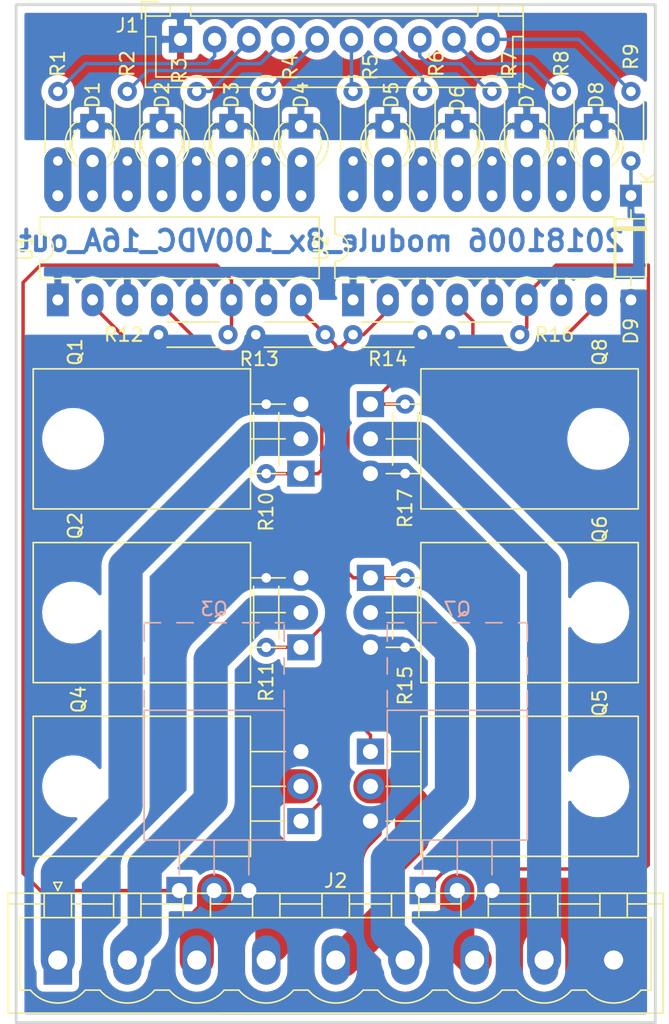
<source format=kicad_pcb>
(kicad_pcb (version 20171130) (host pcbnew 5.0.0)
  (title_block (title module_8x_100VDC_16A_out) (date 2018-10-18))
  (layers (0 F.Cu signal) (31 B.Cu signal) (34 B.Paste user) (35 F.Paste user) (36 B.SilkS user) (37 F.SilkS user) (38 B.Mask user) (39 F.Mask user) (44 Edge.Cuts user))
  (net 0 "")
  (net 1 /GNDD)
  (net 2 "Net-(D1-Pad2)")
  (net 3 "Net-(D2-Pad2)")
  (net 4 "Net-(D3-Pad2)")
  (net 5 "Net-(D4-Pad2)")
  (net 6 "Net-(D5-Pad2)")
  (net 7 "Net-(D6-Pad2)")
  (net 8 "Net-(D7-Pad2)")
  (net 9 "Net-(D8-Pad2)")
  (net 10 /+9V)
  (net 11 /PWR_GND)
  (net 12 /GPB0)
  (net 13 /GPB1)
  (net 14 /GPB2)
  (net 15 /GPB3)
  (net 16 /GPB4)
  (net 17 /GPB5)
  (net 18 /GPB6)
  (net 19 /GPB7)
  (net 20 /+24V)
  (net 21 /out0)
  (net 22 /out1)
  (net 23 /out2)
  (net 24 /out3)
  (net 25 /out4)
  (net 26 /out5)
  (net 27 /out6)
  (net 28 /out7)
  (net 29 "Net-(Q1-Pad1)")
  (net 30 "Net-(Q2-Pad1)")
  (net 31 "Net-(Q3-Pad1)")
  (net 32 "Net-(Q4-Pad1)")
  (net 33 "Net-(Q5-Pad1)")
  (net 34 "Net-(Q6-Pad1)")
  (net 35 "Net-(Q7-Pad1)")
  (net 36 "Net-(Q8-Pad1)")
  (net 37 "Net-(R1-Pad2)")
  (net 38 "Net-(R2-Pad2)")
  (net 39 "Net-(R3-Pad2)")
  (net 40 "Net-(R4-Pad2)")
  (net 41 "Net-(R5-Pad2)")
  (net 42 "Net-(R6-Pad2)")
  (net 43 "Net-(R7-Pad2)")
  (net 44 "Net-(R8-Pad2)")
  (module LED_THT:LED_D3.0mm_Clear (layer F.Cu) (at 68.58 120.65 270)
    (fp_text reference D1 (at -2.286 0 270) (layer F.SilkS))
    (fp_text value LED)
    (pad 1 thru_hole rect (at 0 0 270) (size 1.8 1.8) (drill 0.9) (layers *.Cu *.Mask) (net 1 /GNDD))
    (pad 2 thru_hole circle (at 2.54 0 270) (size 1.8 1.8) (drill 0.9) (layers *.Cu *.Mask) (net 2 "Net-(D1-Pad2)"))
  )
  (module LED_THT:LED_D3.0mm_Clear (layer F.Cu) (at 73.66 120.65 270)
    (fp_text reference D2 (at -2.286 0 270) (layer F.SilkS))
    (fp_text value LED)
    (pad 1 thru_hole rect (at 0 0 270) (size 1.8 1.8) (drill 0.9) (layers *.Cu *.Mask) (net 1 /GNDD))
    (pad 2 thru_hole circle (at 2.54 0 270) (size 1.8 1.8) (drill 0.9) (layers *.Cu *.Mask) (net 3 "Net-(D2-Pad2)"))
  )
  (module LED_THT:LED_D3.0mm_Clear (layer F.Cu) (at 78.74 120.65 270)
    (fp_text reference D3 (at -2.286 0 270) (layer F.SilkS))
    (fp_text value LED)
    (pad 2 thru_hole circle (at 2.54 0 270) (size 1.8 1.8) (drill 0.9) (layers *.Cu *.Mask) (net 4 "Net-(D3-Pad2)"))
    (pad 1 thru_hole rect (at 0 0 270) (size 1.8 1.8) (drill 0.9) (layers *.Cu *.Mask) (net 1 /GNDD))
  )
  (module LED_THT:LED_D3.0mm_Clear (layer F.Cu) (at 83.82 120.65 270)
    (fp_text reference D4 (at -2.286 0 270) (layer F.SilkS))
    (fp_text value LED)
    (pad 1 thru_hole rect (at 0 0 270) (size 1.8 1.8) (drill 0.9) (layers *.Cu *.Mask) (net 1 /GNDD))
    (pad 2 thru_hole circle (at 2.54 0 270) (size 1.8 1.8) (drill 0.9) (layers *.Cu *.Mask) (net 5 "Net-(D4-Pad2)"))
  )
  (module LED_THT:LED_D3.0mm_Clear (layer F.Cu) (at 90.17 120.65 270)
    (fp_text reference D5 (at -2.286 -0.254 270) (layer F.SilkS))
    (fp_text value LED)
    (pad 2 thru_hole circle (at 2.54 0 270) (size 1.8 1.8) (drill 0.9) (layers *.Cu *.Mask) (net 6 "Net-(D5-Pad2)"))
    (pad 1 thru_hole rect (at 0 0 270) (size 1.8 1.8) (drill 0.9) (layers *.Cu *.Mask) (net 1 /GNDD))
  )
  (module LED_THT:LED_D3.0mm_Clear (layer F.Cu) (at 95.25 120.65 270)
    (fp_text reference D6 (at -2.032 0 270) (layer F.SilkS))
    (fp_text value LED)
    (pad 1 thru_hole rect (at 0 0 270) (size 1.8 1.8) (drill 0.9) (layers *.Cu *.Mask) (net 1 /GNDD))
    (pad 2 thru_hole circle (at 2.54 0 270) (size 1.8 1.8) (drill 0.9) (layers *.Cu *.Mask) (net 7 "Net-(D6-Pad2)"))
  )
  (module LED_THT:LED_D3.0mm_Clear (layer F.Cu) (at 100.33 120.65 270)
    (fp_text reference D7 (at -2.286 0 270) (layer F.SilkS))
    (fp_text value LED)
    (pad 2 thru_hole circle (at 2.54 0 270) (size 1.8 1.8) (drill 0.9) (layers *.Cu *.Mask) (net 8 "Net-(D7-Pad2)"))
    (pad 1 thru_hole rect (at 0 0 270) (size 1.8 1.8) (drill 0.9) (layers *.Cu *.Mask) (net 1 /GNDD))
  )
  (module LED_THT:LED_D3.0mm_Clear (layer F.Cu) (at 105.41 120.65 270)
    (fp_text reference D8 (at -2.286 0 270) (layer F.SilkS))
    (fp_text value LED)
    (pad 2 thru_hole circle (at 2.54 0 270) (size 1.8 1.8) (drill 0.9) (layers *.Cu *.Mask) (net 9 "Net-(D8-Pad2)"))
    (pad 1 thru_hole rect (at 0 0 270) (size 1.8 1.8) (drill 0.9) (layers *.Cu *.Mask) (net 1 /GNDD))
  )
  (module Diode_THT:D_DO-35_SOD27_P7.62mm_Horizontal (layer F.Cu) (at 107.95 125.73 270)
    (fp_text reference D9 (at 9.906 0 270) (layer F.SilkS))
    (fp_text value 9V1)
    (fp_text user K (at -1.27 -1.27 270) (layer F.SilkS))
    (pad 1 thru_hole rect (at 0 0 270) (size 1.6 1.6) (drill 0.8) (layers *.Cu *.Mask) (net 10 /+9V))
    (pad 2 thru_hole oval (at 7.62 0 270) (size 1.6 1.6) (drill 0.8) (layers *.Cu *.Mask) (net 11 /PWR_GND))
  )
  (module Connector_JST:JST_XH_B10B-XH-A_1x10_P2.50mm_Vertical (layer F.Cu) (at 75.01 114.3)
    (fp_text reference J1 (at -3.89 -1.016) (layer F.SilkS))
    (fp_text value Conn_01x10_Male)
    (pad 1 thru_hole rect (at 0 0) (size 1.7 1.95) (drill 0.95) (layers *.Cu *.Mask) (net 1 /GNDD))
    (pad 2 thru_hole oval (at 2.5 0) (size 1.7 1.95) (drill 0.95) (layers *.Cu *.Mask) (net 12 /GPB0))
    (pad 3 thru_hole oval (at 5 0) (size 1.7 1.95) (drill 0.95) (layers *.Cu *.Mask) (net 13 /GPB1))
    (pad 4 thru_hole oval (at 7.5 0) (size 1.7 1.95) (drill 0.95) (layers *.Cu *.Mask) (net 14 /GPB2))
    (pad 5 thru_hole oval (at 10 0) (size 1.7 1.95) (drill 0.95) (layers *.Cu *.Mask) (net 15 /GPB3))
    (pad 6 thru_hole oval (at 12.5 0) (size 1.7 1.95) (drill 0.95) (layers *.Cu *.Mask) (net 16 /GPB4))
    (pad 7 thru_hole oval (at 15 0) (size 1.7 1.95) (drill 0.95) (layers *.Cu *.Mask) (net 17 /GPB5))
    (pad 8 thru_hole oval (at 17.5 0) (size 1.7 1.95) (drill 0.95) (layers *.Cu *.Mask) (net 18 /GPB6))
    (pad 9 thru_hole oval (at 20 0) (size 1.7 1.95) (drill 0.95) (layers *.Cu *.Mask) (net 19 /GPB7))
    (pad 10 thru_hole oval (at 22.5 0) (size 1.7 1.95) (drill 0.95) (layers *.Cu *.Mask) (net 20 /+24V))
  )
  (module Connector_Phoenix_MSTB:PhoenixContact_MSTBVA_2,5_9-G-5,08_1x09_P5.08mm_Vertical (layer F.Cu) (at 66.04 181.61)
    (fp_text reference J2 (at 20.32 -5.8) (layer F.SilkS))
    (fp_text value Conn_01x09_Male)
    (pad 1 thru_hole rect (at 0 0) (size 2.08 3.6) (drill 1.4) (layers *.Cu *.Mask) (net 21 /out0))
    (pad 2 thru_hole oval (at 5.08 0) (size 2.08 3.6) (drill 1.4) (layers *.Cu *.Mask) (net 22 /out1))
    (pad 3 thru_hole oval (at 10.16 0) (size 2.08 3.6) (drill 1.4) (layers *.Cu *.Mask) (net 23 /out2))
    (pad 4 thru_hole oval (at 15.24 0) (size 2.08 3.6) (drill 1.4) (layers *.Cu *.Mask) (net 24 /out3))
    (pad 5 thru_hole oval (at 20.32 0) (size 2.08 3.6) (drill 1.4) (layers *.Cu *.Mask) (net 25 /out4))
    (pad 6 thru_hole oval (at 25.4 0) (size 2.08 3.6) (drill 1.4) (layers *.Cu *.Mask) (net 26 /out5))
    (pad 7 thru_hole oval (at 30.48 0) (size 2.08 3.6) (drill 1.4) (layers *.Cu *.Mask) (net 27 /out6))
    (pad 8 thru_hole oval (at 35.56 0) (size 2.08 3.6) (drill 1.4) (layers *.Cu *.Mask) (net 28 /out7))
    (pad 9 thru_hole oval (at 40.64 0) (size 2.08 3.6) (drill 1.4) (layers *.Cu *.Mask) (net 11 /PWR_GND))
  )
  (module Resistor_THT:R_Axial_DIN0204_L3.6mm_D1.6mm_P5.08mm_Horizontal (layer F.Cu) (at 66.04 118.11 270)
    (fp_text reference R1 (at -2.032 0 270) (layer F.SilkS))
    (fp_text value 330R)
    (pad 1 thru_hole circle (at 0 0 270) (size 1.4 1.4) (drill 0.7) (layers *.Cu *.Mask) (net 12 /GPB0))
    (pad 2 thru_hole oval (at 5.08 0 270) (size 1.4 1.4) (drill 0.7) (layers *.Cu *.Mask) (net 37 "Net-(R1-Pad2)"))
  )
  (module Resistor_THT:R_Axial_DIN0204_L3.6mm_D1.6mm_P5.08mm_Horizontal (layer F.Cu) (at 71.12 118.11 270)
    (fp_text reference R2 (at -2.032 0 270) (layer F.SilkS))
    (fp_text value 330R)
    (pad 2 thru_hole oval (at 5.08 0 270) (size 1.4 1.4) (drill 0.7) (layers *.Cu *.Mask) (net 38 "Net-(R2-Pad2)"))
    (pad 1 thru_hole circle (at 0 0 270) (size 1.4 1.4) (drill 0.7) (layers *.Cu *.Mask) (net 13 /GPB1))
  )
  (module Resistor_THT:R_Axial_DIN0204_L3.6mm_D1.6mm_P5.08mm_Horizontal (layer F.Cu) (at 76.2 118.11 270)
    (fp_text reference R3 (at -1.524 1.27 270) (layer F.SilkS))
    (fp_text value 330R)
    (pad 2 thru_hole oval (at 5.08 0 270) (size 1.4 1.4) (drill 0.7) (layers *.Cu *.Mask) (net 39 "Net-(R3-Pad2)"))
    (pad 1 thru_hole circle (at 0 0 270) (size 1.4 1.4) (drill 0.7) (layers *.Cu *.Mask) (net 14 /GPB2))
  )
  (module Resistor_THT:R_Axial_DIN0204_L3.6mm_D1.6mm_P5.08mm_Horizontal (layer F.Cu) (at 81.28 118.11 270)
    (fp_text reference R4 (at -1.778 -1.778 270) (layer F.SilkS))
    (fp_text value 330R)
    (pad 2 thru_hole oval (at 5.08 0 270) (size 1.4 1.4) (drill 0.7) (layers *.Cu *.Mask) (net 40 "Net-(R4-Pad2)"))
    (pad 1 thru_hole circle (at 0 0 270) (size 1.4 1.4) (drill 0.7) (layers *.Cu *.Mask) (net 15 /GPB3))
  )
  (module Resistor_THT:R_Axial_DIN0204_L3.6mm_D1.6mm_P5.08mm_Horizontal (layer F.Cu) (at 87.63 118.11 270)
    (fp_text reference R5 (at -1.778 -1.27 270) (layer F.SilkS))
    (fp_text value 330R)
    (pad 1 thru_hole circle (at 0 0 270) (size 1.4 1.4) (drill 0.7) (layers *.Cu *.Mask) (net 16 /GPB4))
    (pad 2 thru_hole oval (at 5.08 0 270) (size 1.4 1.4) (drill 0.7) (layers *.Cu *.Mask) (net 41 "Net-(R5-Pad2)"))
  )
  (module Resistor_THT:R_Axial_DIN0204_L3.6mm_D1.6mm_P5.08mm_Horizontal (layer F.Cu) (at 92.71 118.11 270)
    (fp_text reference R6 (at -2.032 -1.016 270) (layer F.SilkS))
    (fp_text value 330R)
    (pad 1 thru_hole circle (at 0 0 270) (size 1.4 1.4) (drill 0.7) (layers *.Cu *.Mask) (net 17 /GPB5))
    (pad 2 thru_hole oval (at 5.08 0 270) (size 1.4 1.4) (drill 0.7) (layers *.Cu *.Mask) (net 42 "Net-(R6-Pad2)"))
  )
  (module Resistor_THT:R_Axial_DIN0204_L3.6mm_D1.6mm_P5.08mm_Horizontal (layer F.Cu) (at 97.79 118.11 270)
    (fp_text reference R7 (at -2.032 -1.27 270) (layer F.SilkS))
    (fp_text value 330R)
    (pad 2 thru_hole oval (at 5.08 0 270) (size 1.4 1.4) (drill 0.7) (layers *.Cu *.Mask) (net 43 "Net-(R7-Pad2)"))
    (pad 1 thru_hole circle (at 0 0 270) (size 1.4 1.4) (drill 0.7) (layers *.Cu *.Mask) (net 18 /GPB6))
  )
  (module Resistor_THT:R_Axial_DIN0204_L3.6mm_D1.6mm_P5.08mm_Horizontal (layer F.Cu) (at 102.87 118.11 270)
    (fp_text reference R8 (at -2.032 0 270) (layer F.SilkS))
    (fp_text value 330R)
    (pad 2 thru_hole oval (at 5.08 0 270) (size 1.4 1.4) (drill 0.7) (layers *.Cu *.Mask) (net 44 "Net-(R8-Pad2)"))
    (pad 1 thru_hole circle (at 0 0 270) (size 1.4 1.4) (drill 0.7) (layers *.Cu *.Mask) (net 19 /GPB7))
  )
  (module Resistor_THT:R_Axial_DIN0204_L3.6mm_D1.6mm_P5.08mm_Horizontal (layer F.Cu) (at 107.95 118.11 270)
    (fp_text reference R9 (at -2.54 0 270) (layer F.SilkS))
    (fp_text value R)
    (pad 2 thru_hole oval (at 5.08 0 270) (size 1.4 1.4) (drill 0.7) (layers *.Cu *.Mask) (net 10 /+9V))
    (pad 1 thru_hole circle (at 0 0 270) (size 1.4 1.4) (drill 0.7) (layers *.Cu *.Mask) (net 20 /+24V))
  )
  (module Resistor_THT:R_Axial_DIN0204_L3.6mm_D1.6mm_P5.08mm_Horizontal (layer F.Cu) (at 81.28 146.05 90)
    (fp_text reference R10 (at -2.794 0 90) (layer F.SilkS))
    (fp_text value R)
    (pad 1 thru_hole circle (at 0 0 90) (size 1.4 1.4) (drill 0.7) (layers *.Cu *.Mask) (net 29 "Net-(Q1-Pad1)"))
    (pad 2 thru_hole oval (at 5.08 0 90) (size 1.4 1.4) (drill 0.7) (layers *.Cu *.Mask) (net 11 /PWR_GND))
  )
  (module Resistor_THT:R_Axial_DIN0204_L3.6mm_D1.6mm_P5.08mm_Horizontal (layer F.Cu) (at 81.28 158.75 90)
    (fp_text reference R11 (at -2.54 0 90) (layer F.SilkS))
    (fp_text value R)
    (pad 1 thru_hole circle (at 0 0 90) (size 1.4 1.4) (drill 0.7) (layers *.Cu *.Mask) (net 30 "Net-(Q2-Pad1)"))
    (pad 2 thru_hole oval (at 5.08 0 90) (size 1.4 1.4) (drill 0.7) (layers *.Cu *.Mask) (net 11 /PWR_GND))
  )
  (module Resistor_THT:R_Axial_DIN0204_L3.6mm_D1.6mm_P5.08mm_Horizontal (layer F.Cu) (at 78.486 135.89 180)
    (fp_text reference R12 (at 7.62 0 180) (layer F.SilkS))
    (fp_text value R)
    (pad 1 thru_hole circle (at 0 0 180) (size 1.4 1.4) (drill 0.7) (layers *.Cu *.Mask) (net 31 "Net-(Q3-Pad1)"))
    (pad 2 thru_hole oval (at 5.08 0 180) (size 1.4 1.4) (drill 0.7) (layers *.Cu *.Mask) (net 11 /PWR_GND))
  )
  (module Resistor_THT:R_Axial_DIN0204_L3.6mm_D1.6mm_P5.08mm_Horizontal (layer F.Cu) (at 85.598 135.89 180)
    (fp_text reference R13 (at 4.826 -1.778 180) (layer F.SilkS))
    (fp_text value R)
    (pad 1 thru_hole circle (at 0 0 180) (size 1.4 1.4) (drill 0.7) (layers *.Cu *.Mask) (net 32 "Net-(Q4-Pad1)"))
    (pad 2 thru_hole oval (at 5.08 0 180) (size 1.4 1.4) (drill 0.7) (layers *.Cu *.Mask) (net 11 /PWR_GND))
  )
  (module Resistor_THT:R_Axial_DIN0204_L3.6mm_D1.6mm_P5.08mm_Horizontal (layer F.Cu) (at 87.63 135.89)
    (fp_text reference R14 (at 2.54 1.778) (layer F.SilkS))
    (fp_text value R)
    (pad 2 thru_hole oval (at 5.08 0) (size 1.4 1.4) (drill 0.7) (layers *.Cu *.Mask) (net 11 /PWR_GND))
    (pad 1 thru_hole circle (at 0 0) (size 1.4 1.4) (drill 0.7) (layers *.Cu *.Mask) (net 33 "Net-(Q5-Pad1)"))
  )
  (module Resistor_THT:R_Axial_DIN0204_L3.6mm_D1.6mm_P5.08mm_Horizontal (layer F.Cu) (at 91.44 153.67 270)
    (fp_text reference R15 (at 7.874 0 270) (layer F.SilkS))
    (fp_text value R)
    (pad 2 thru_hole oval (at 5.08 0 270) (size 1.4 1.4) (drill 0.7) (layers *.Cu *.Mask) (net 11 /PWR_GND))
    (pad 1 thru_hole circle (at 0 0 270) (size 1.4 1.4) (drill 0.7) (layers *.Cu *.Mask) (net 34 "Net-(Q6-Pad1)"))
  )
  (module Resistor_THT:R_Axial_DIN0204_L3.6mm_D1.6mm_P5.08mm_Horizontal (layer F.Cu) (at 99.822 135.89 180)
    (fp_text reference R16 (at -2.54 0 180) (layer F.SilkS))
    (fp_text value R)
    (pad 1 thru_hole circle (at 0 0 180) (size 1.4 1.4) (drill 0.7) (layers *.Cu *.Mask) (net 35 "Net-(Q7-Pad1)"))
    (pad 2 thru_hole oval (at 5.08 0 180) (size 1.4 1.4) (drill 0.7) (layers *.Cu *.Mask) (net 11 /PWR_GND))
  )
  (module Resistor_THT:R_Axial_DIN0204_L3.6mm_D1.6mm_P5.08mm_Horizontal (layer F.Cu) (at 91.44 140.97 270)
    (fp_text reference R17 (at 7.62 0 270) (layer F.SilkS))
    (fp_text value R)
    (pad 1 thru_hole circle (at 0 0 270) (size 1.4 1.4) (drill 0.7) (layers *.Cu *.Mask) (net 36 "Net-(Q8-Pad1)"))
    (pad 2 thru_hole oval (at 5.08 0 270) (size 1.4 1.4) (drill 0.7) (layers *.Cu *.Mask) (net 11 /PWR_GND))
  )
  (module Package_DIP:DIP-16_W7.62mm_LongPads (layer F.Cu) (at 66.04 133.35 90)
    (fp_text reference U1 (at 3.81 -2.33 90) (layer F.SilkS))
    (fp_text value PC847)
    (pad 1 thru_hole rect (at 0 0 90) (size 2.4 1.6) (drill 0.8) (layers *.Cu *.Mask) (net 10 /+9V))
    (pad 9 thru_hole oval (at 7.62 17.78 90) (size 2.4 1.6) (drill 0.8) (layers *.Cu *.Mask) (net 5 "Net-(D4-Pad2)"))
    (pad 2 thru_hole oval (at 0 2.54 90) (size 2.4 1.6) (drill 0.8) (layers *.Cu *.Mask) (net 29 "Net-(Q1-Pad1)"))
    (pad 10 thru_hole oval (at 7.62 15.24 90) (size 2.4 1.6) (drill 0.8) (layers *.Cu *.Mask) (net 40 "Net-(R4-Pad2)"))
    (pad 3 thru_hole oval (at 0 5.08 90) (size 2.4 1.6) (drill 0.8) (layers *.Cu *.Mask) (net 10 /+9V))
    (pad 11 thru_hole oval (at 7.62 12.7 90) (size 2.4 1.6) (drill 0.8) (layers *.Cu *.Mask) (net 4 "Net-(D3-Pad2)"))
    (pad 4 thru_hole oval (at 0 7.62 90) (size 2.4 1.6) (drill 0.8) (layers *.Cu *.Mask) (net 30 "Net-(Q2-Pad1)"))
    (pad 12 thru_hole oval (at 7.62 10.16 90) (size 2.4 1.6) (drill 0.8) (layers *.Cu *.Mask) (net 39 "Net-(R3-Pad2)"))
    (pad 5 thru_hole oval (at 0 10.16 90) (size 2.4 1.6) (drill 0.8) (layers *.Cu *.Mask) (net 10 /+9V))
    (pad 13 thru_hole oval (at 7.62 7.62 90) (size 2.4 1.6) (drill 0.8) (layers *.Cu *.Mask) (net 3 "Net-(D2-Pad2)"))
    (pad 6 thru_hole oval (at 0 12.7 90) (size 2.4 1.6) (drill 0.8) (layers *.Cu *.Mask) (net 31 "Net-(Q3-Pad1)"))
    (pad 14 thru_hole oval (at 7.62 5.08 90) (size 2.4 1.6) (drill 0.8) (layers *.Cu *.Mask) (net 38 "Net-(R2-Pad2)"))
    (pad 7 thru_hole oval (at 0 15.24 90) (size 2.4 1.6) (drill 0.8) (layers *.Cu *.Mask) (net 10 /+9V))
    (pad 15 thru_hole oval (at 7.62 2.54 90) (size 2.4 1.6) (drill 0.8) (layers *.Cu *.Mask) (net 2 "Net-(D1-Pad2)"))
    (pad 8 thru_hole oval (at 0 17.78 90) (size 2.4 1.6) (drill 0.8) (layers *.Cu *.Mask) (net 32 "Net-(Q4-Pad1)"))
    (pad 16 thru_hole oval (at 7.62 0 90) (size 2.4 1.6) (drill 0.8) (layers *.Cu *.Mask) (net 37 "Net-(R1-Pad2)"))
  )
  (module Package_DIP:DIP-16_W7.62mm_LongPads (layer F.Cu) (at 87.63 133.35 90)
    (fp_text reference U2 (at 3.81 -2.33 90) (layer F.SilkS))
    (fp_text value PC847)
    (pad 16 thru_hole oval (at 7.62 0 90) (size 2.4 1.6) (drill 0.8) (layers *.Cu *.Mask) (net 41 "Net-(R5-Pad2)"))
    (pad 8 thru_hole oval (at 0 17.78 90) (size 2.4 1.6) (drill 0.8) (layers *.Cu *.Mask) (net 36 "Net-(Q8-Pad1)"))
    (pad 15 thru_hole oval (at 7.62 2.54 90) (size 2.4 1.6) (drill 0.8) (layers *.Cu *.Mask) (net 6 "Net-(D5-Pad2)"))
    (pad 7 thru_hole oval (at 0 15.24 90) (size 2.4 1.6) (drill 0.8) (layers *.Cu *.Mask) (net 10 /+9V))
    (pad 14 thru_hole oval (at 7.62 5.08 90) (size 2.4 1.6) (drill 0.8) (layers *.Cu *.Mask) (net 42 "Net-(R6-Pad2)"))
    (pad 6 thru_hole oval (at 0 12.7 90) (size 2.4 1.6) (drill 0.8) (layers *.Cu *.Mask) (net 35 "Net-(Q7-Pad1)"))
    (pad 13 thru_hole oval (at 7.62 7.62 90) (size 2.4 1.6) (drill 0.8) (layers *.Cu *.Mask) (net 7 "Net-(D6-Pad2)"))
    (pad 5 thru_hole oval (at 0 10.16 90) (size 2.4 1.6) (drill 0.8) (layers *.Cu *.Mask) (net 10 /+9V))
    (pad 12 thru_hole oval (at 7.62 10.16 90) (size 2.4 1.6) (drill 0.8) (layers *.Cu *.Mask) (net 43 "Net-(R7-Pad2)"))
    (pad 4 thru_hole oval (at 0 7.62 90) (size 2.4 1.6) (drill 0.8) (layers *.Cu *.Mask) (net 34 "Net-(Q6-Pad1)"))
    (pad 11 thru_hole oval (at 7.62 12.7 90) (size 2.4 1.6) (drill 0.8) (layers *.Cu *.Mask) (net 8 "Net-(D7-Pad2)"))
    (pad 3 thru_hole oval (at 0 5.08 90) (size 2.4 1.6) (drill 0.8) (layers *.Cu *.Mask) (net 10 /+9V))
    (pad 10 thru_hole oval (at 7.62 15.24 90) (size 2.4 1.6) (drill 0.8) (layers *.Cu *.Mask) (net 44 "Net-(R8-Pad2)"))
    (pad 2 thru_hole oval (at 0 2.54 90) (size 2.4 1.6) (drill 0.8) (layers *.Cu *.Mask) (net 33 "Net-(Q5-Pad1)"))
    (pad 9 thru_hole oval (at 7.62 17.78 90) (size 2.4 1.6) (drill 0.8) (layers *.Cu *.Mask) (net 9 "Net-(D8-Pad2)"))
    (pad 1 thru_hole rect (at 0 0 90) (size 2.4 1.6) (drill 0.8) (layers *.Cu *.Mask) (net 10 /+9V))
  )
  (module LIB:TO-220-3_Horizontal_TabUp_no_hole (layer B.Cu) (at 74.93 176.53)
    (fp_text reference Q3 (at 2.54 -20.58) (layer B.SilkS) (effects (justify mirror)))
    (fp_text value IRF540N)
    (pad 1 thru_hole rect (at 0 0) (size 1.905 2) (drill 1.1) (layers *.Cu *.Mask) (net 31 "Net-(Q3-Pad1)"))
    (pad 2 thru_hole oval (at 2.54 0) (size 1.905 2) (drill 1.1) (layers *.Cu *.Mask) (net 23 /out2))
    (pad 3 thru_hole oval (at 5.08 0) (size 1.905 2) (drill 1.1) (layers *.Cu *.Mask) (net 11 /PWR_GND))
  )
  (module Package_TO_SOT_THT:TO-220-3_Horizontal_TabDown (layer F.Cu) (at 83.82 171.45 90)
    (fp_text reference Q4 (at 8.89 -16.256 90) (layer F.SilkS))
    (fp_text value IRF540N)
    (pad "" np_thru_hole oval (at 2.54 -16.66 90) (size 3.5 3.5) (drill 3.5) (layers *.Cu *.Mask))
    (pad 1 thru_hole rect (at 0 0 90) (size 1.905 2) (drill 1.1) (layers *.Cu *.Mask) (net 32 "Net-(Q4-Pad1)"))
    (pad 2 thru_hole oval (at 2.54 0 90) (size 1.905 2) (drill 1.1) (layers *.Cu *.Mask) (net 24 /out3))
    (pad 3 thru_hole oval (at 5.08 0 90) (size 1.905 2) (drill 1.1) (layers *.Cu *.Mask) (net 11 /PWR_GND))
  )
  (module Package_TO_SOT_THT:TO-220-3_Horizontal_TabDown (layer F.Cu) (at 83.82 158.75 90)
    (fp_text reference Q2 (at 8.89 -16.51 90) (layer F.SilkS))
    (fp_text value IRF540N)
    (pad 3 thru_hole oval (at 5.08 0 90) (size 1.905 2) (drill 1.1) (layers *.Cu *.Mask) (net 11 /PWR_GND))
    (pad 2 thru_hole oval (at 2.54 0 90) (size 1.905 2) (drill 1.1) (layers *.Cu *.Mask) (net 22 /out1))
    (pad 1 thru_hole rect (at 0 0 90) (size 1.905 2) (drill 1.1) (layers *.Cu *.Mask) (net 30 "Net-(Q2-Pad1)"))
    (pad "" np_thru_hole oval (at 2.54 -16.66 90) (size 3.5 3.5) (drill 3.5) (layers *.Cu *.Mask))
  )
  (module Package_TO_SOT_THT:TO-220-3_Horizontal_TabDown (layer F.Cu) (at 88.9 166.37 270)
    (fp_text reference Q5 (at -3.556 -16.764 270) (layer F.SilkS))
    (fp_text value IRF540N)
    (pad "" np_thru_hole oval (at 2.54 -16.66 270) (size 3.5 3.5) (drill 3.5) (layers *.Cu *.Mask))
    (pad 1 thru_hole rect (at 0 0 270) (size 1.905 2) (drill 1.1) (layers *.Cu *.Mask) (net 33 "Net-(Q5-Pad1)"))
    (pad 2 thru_hole oval (at 2.54 0 270) (size 1.905 2) (drill 1.1) (layers *.Cu *.Mask) (net 25 /out4))
    (pad 3 thru_hole oval (at 5.08 0 270) (size 1.905 2) (drill 1.1) (layers *.Cu *.Mask) (net 11 /PWR_GND))
  )
  (module Package_TO_SOT_THT:TO-220-3_Horizontal_TabDown (layer F.Cu) (at 83.82 146.05 90)
    (fp_text reference Q1 (at 8.89 -16.51 90) (layer F.SilkS))
    (fp_text value IRF540N)
    (pad 3 thru_hole oval (at 5.08 0 90) (size 1.905 2) (drill 1.1) (layers *.Cu *.Mask) (net 11 /PWR_GND))
    (pad 2 thru_hole oval (at 2.54 0 90) (size 1.905 2) (drill 1.1) (layers *.Cu *.Mask) (net 21 /out0))
    (pad 1 thru_hole rect (at 0 0 90) (size 1.905 2) (drill 1.1) (layers *.Cu *.Mask) (net 29 "Net-(Q1-Pad1)"))
    (pad "" np_thru_hole oval (at 2.54 -16.66 90) (size 3.5 3.5) (drill 3.5) (layers *.Cu *.Mask))
  )
  (module Package_TO_SOT_THT:TO-220-3_Horizontal_TabDown (layer F.Cu) (at 88.9 153.67 270)
    (fp_text reference Q6 (at -3.556 -16.764 270) (layer F.SilkS))
    (fp_text value IRF540N)
    (pad "" np_thru_hole oval (at 2.54 -16.66 270) (size 3.5 3.5) (drill 3.5) (layers *.Cu *.Mask))
    (pad 1 thru_hole rect (at 0 0 270) (size 1.905 2) (drill 1.1) (layers *.Cu *.Mask) (net 34 "Net-(Q6-Pad1)"))
    (pad 2 thru_hole oval (at 2.54 0 270) (size 1.905 2) (drill 1.1) (layers *.Cu *.Mask) (net 26 /out5))
    (pad 3 thru_hole oval (at 5.08 0 270) (size 1.905 2) (drill 1.1) (layers *.Cu *.Mask) (net 11 /PWR_GND))
  )
  (module LIB:TO-220-3_Horizontal_TabUp_no_hole (layer B.Cu) (at 92.71 176.53)
    (fp_text reference Q7 (at 2.54 -20.58) (layer B.SilkS) (effects (justify mirror)))
    (fp_text value IRF540N)
    (pad 1 thru_hole rect (at 0 0) (size 1.905 2) (drill 1.1) (layers *.Cu *.Mask) (net 35 "Net-(Q7-Pad1)"))
    (pad 2 thru_hole oval (at 2.54 0) (size 1.905 2) (drill 1.1) (layers *.Cu *.Mask) (net 27 /out6))
    (pad 3 thru_hole oval (at 5.08 0) (size 1.905 2) (drill 1.1) (layers *.Cu *.Mask) (net 11 /PWR_GND))
  )
  (module Package_TO_SOT_THT:TO-220-3_Horizontal_TabDown (layer F.Cu) (at 88.9 140.97 270)
    (fp_text reference Q8 (at -3.81 -16.764 270) (layer F.SilkS))
    (fp_text value IRF540N)
    (pad "" np_thru_hole oval (at 2.54 -16.66 270) (size 3.5 3.5) (drill 3.5) (layers *.Cu *.Mask))
    (pad 1 thru_hole rect (at 0 0 270) (size 1.905 2) (drill 1.1) (layers *.Cu *.Mask) (net 36 "Net-(Q8-Pad1)"))
    (pad 2 thru_hole oval (at 2.54 0 270) (size 1.905 2) (drill 1.1) (layers *.Cu *.Mask) (net 28 /out7))
    (pad 3 thru_hole oval (at 5.08 0 270) (size 1.905 2) (drill 1.1) (layers *.Cu *.Mask) (net 11 /PWR_GND))
  )
  (gr_line (start 62.992 111.76) (end 62.992 186.182) (layer Edge.Cuts) (width 0.2))
  (gr_line (start 109.728 111.76) (end 62.992 111.76) (layer Edge.Cuts) (width 0.2))
  (gr_line (start 109.728 186.182) (end 109.728 111.76) (layer Edge.Cuts) (width 0.2))
  (gr_line (start 62.992 186.182) (end 109.728 186.182) (layer Edge.Cuts) (width 0.2))
  (gr_text "20181006 module_8x_100VDC_16A_out" (at 85.344 129.032) (layer B.Cu) (effects (font (size 1.5 1.5) (thickness 0.3)) (justify mirror)))
  (segment (start 68.58 123.19) (end 68.58 125.73) (width 2) (layer B.Cu) (net 2))
  (segment (start 73.66 123.19) (end 73.66 125.73) (width 2) (layer B.Cu) (net 3))
  (segment (start 78.74 123.19) (end 78.74 125.73) (width 2) (layer B.Cu) (net 4))
  (segment (start 83.82 123.19) (end 83.82 125.73) (width 2) (layer B.Cu) (net 5))
  (segment (start 90.17 123.19) (end 90.17 125.73) (width 2) (layer B.Cu) (net 6))
  (segment (start 95.25 123.19) (end 95.25 125.73) (width 2) (layer B.Cu) (net 7))
  (segment (start 100.33 123.19) (end 100.33 125.73) (width 2) (layer B.Cu) (net 8))
  (segment (start 105.41 123.19) (end 105.41 125.73) (width 2) (layer B.Cu) (net 9))
  (segment (start 107.95 124.179949) (end 107.95 125.73) (width 0.25) (layer B.Cu) (net 10))
  (segment (start 107.95 123.19) (end 107.95 124.179949) (width 0.25) (layer B.Cu) (net 10))
  (segment (start 76.957 116.078) (end 68.072 116.078) (width 0.25) (layer B.Cu) (net 12))
  (segment (start 68.072 116.078) (end 66.04 118.11) (width 0.25) (layer B.Cu) (net 12))
  (segment (start 77.51 114.3) (end 77.51 115.525) (width 0.25) (layer B.Cu) (net 12))
  (segment (start 77.51 115.525) (end 76.957 116.078) (width 0.25) (layer B.Cu) (net 12))
  (segment (start 72.644 116.586) (end 71.12 118.11) (width 0.25) (layer B.Cu) (net 13))
  (segment (start 77.849 116.586) (end 72.644 116.586) (width 0.25) (layer B.Cu) (net 13))
  (segment (start 80.01 114.3) (end 80.01 114.425) (width 0.25) (layer B.Cu) (net 13))
  (segment (start 80.01 114.425) (end 77.849 116.586) (width 0.25) (layer B.Cu) (net 13))
  (segment (start 80.857 116.078) (end 79.221949 116.078) (width 0.25) (layer B.Cu) (net 14))
  (segment (start 77.189949 118.11) (end 76.2 118.11) (width 0.25) (layer B.Cu) (net 14))
  (segment (start 79.221949 116.078) (end 77.189949 118.11) (width 0.25) (layer B.Cu) (net 14))
  (segment (start 82.51 114.3) (end 82.51 114.425) (width 0.25) (layer B.Cu) (net 14))
  (segment (start 82.51 114.425) (end 80.857 116.078) (width 0.25) (layer B.Cu) (net 14))
  (segment (start 81.325 118.11) (end 81.28 118.11) (width 0.25) (layer B.Cu) (net 15))
  (segment (start 85.01 114.425) (end 81.325 118.11) (width 0.25) (layer B.Cu) (net 15))
  (segment (start 85.01 114.3) (end 85.01 114.425) (width 0.25) (layer B.Cu) (net 15))
  (segment (start 87.51 117.99) (end 87.63 118.11) (width 0.25) (layer B.Cu) (net 16))
  (segment (start 87.51 114.3) (end 87.51 117.99) (width 0.25) (layer B.Cu) (net 16))
  (segment (start 92.71 117.125) (end 92.71 118.11) (width 0.25) (layer B.Cu) (net 17))
  (segment (start 90.01 114.425) (end 92.71 117.125) (width 0.25) (layer B.Cu) (net 17))
  (segment (start 90.01 114.3) (end 90.01 114.425) (width 0.25) (layer B.Cu) (net 17))
  (segment (start 97.536 118.11) (end 97.79 118.11) (width 0.25) (layer B.Cu) (net 18))
  (segment (start 95.504 116.078) (end 97.536 118.11) (width 0.25) (layer B.Cu) (net 18))
  (segment (start 93.063 116.078) (end 95.504 116.078) (width 0.25) (layer B.Cu) (net 18))
  (segment (start 92.51 114.3) (end 92.51 115.525) (width 0.25) (layer B.Cu) (net 18))
  (segment (start 92.51 115.525) (end 93.063 116.078) (width 0.25) (layer B.Cu) (net 18))
  (segment (start 102.616 118.11) (end 102.87 118.11) (width 0.25) (layer B.Cu) (net 19))
  (segment (start 100.584 116.078) (end 102.616 118.11) (width 0.25) (layer B.Cu) (net 19))
  (segment (start 96.663 116.078) (end 100.584 116.078) (width 0.25) (layer B.Cu) (net 19))
  (segment (start 95.01 114.3) (end 95.01 114.425) (width 0.25) (layer B.Cu) (net 19))
  (segment (start 95.01 114.425) (end 96.663 116.078) (width 0.25) (layer B.Cu) (net 19))
  (segment (start 104.14 114.3) (end 107.95 118.11) (width 0.25) (layer B.Cu) (net 20))
  (segment (start 97.51 114.3) (end 104.14 114.3) (width 0.25) (layer B.Cu) (net 20))
  (segment (start 70.993 170.307) (end 66.04 175.26) (width 2.5) (layer B.Cu) (net 21))
  (segment (start 66.04 175.26) (end 66.04 181.61) (width 2.5) (layer B.Cu) (net 21))
  (segment (start 70.993 152.837) (end 70.993 170.307) (width 2.5) (layer B.Cu) (net 21))
  (segment (start 83.82 143.51) (end 80.32 143.51) (width 2.5) (layer B.Cu) (net 21))
  (segment (start 80.32 143.51) (end 70.993 152.837) (width 2.5) (layer B.Cu) (net 21))
  (segment (start 71.12 180.848) (end 71.12 181.61) (width 2.5) (layer B.Cu) (net 22))
  (segment (start 80.637998 156.21) (end 77.216 159.631998) (width 2.5) (layer B.Cu) (net 22))
  (segment (start 83.82 156.21) (end 80.637998 156.21) (width 2.5) (layer B.Cu) (net 22))
  (segment (start 77.216 169.926) (end 72.39 174.752) (width 2.5) (layer B.Cu) (net 22))
  (segment (start 77.216 159.631998) (end 77.216 169.926) (width 2.5) (layer B.Cu) (net 22))
  (segment (start 72.39 179.578) (end 71.12 180.848) (width 2.5) (layer B.Cu) (net 22))
  (segment (start 72.39 174.752) (end 72.39 179.578) (width 2.5) (layer B.Cu) (net 22))
  (segment (start 77.47 176.53) (end 77.47 178.181) (width 2.5) (layer F.Cu) (net 23))
  (segment (start 76.2 179.451) (end 76.2 181.61) (width 2.5) (layer F.Cu) (net 23))
  (segment (start 77.47 178.181) (end 76.2 179.451) (width 2.5) (layer F.Cu) (net 23))
  (segment (start 83.058 177.440847) (end 81.732523 178.766324) (width 2.5) (layer F.Cu) (net 24))
  (segment (start 81.732523 180.512549) (end 81.28 180.965072) (width 2) (layer F.Cu) (net 24))
  (segment (start 81.28 180.965072) (end 81.28 181.61) (width 2) (layer F.Cu) (net 24))
  (segment (start 81.005152 169.946848) (end 81.005152 172.953152) (width 2.5) (layer F.Cu) (net 24))
  (segment (start 81.005152 172.953152) (end 83.058 175.006) (width 2.5) (layer F.Cu) (net 24))
  (segment (start 83.82 168.91) (end 82.042 168.91) (width 2.5) (layer F.Cu) (net 24))
  (segment (start 81.732523 178.766324) (end 81.732523 180.512549) (width 2.5) (layer F.Cu) (net 24))
  (segment (start 82.042 168.91) (end 81.005152 169.946848) (width 2.5) (layer F.Cu) (net 24))
  (segment (start 83.058 175.006) (end 83.058 177.440847) (width 2.5) (layer F.Cu) (net 24))
  (segment (start 86.868 181.61) (end 86.36 181.61) (width 2) (layer F.Cu) (net 25))
  (segment (start 90.678 168.91) (end 91.948 170.18) (width 2.5) (layer F.Cu) (net 25))
  (segment (start 90.17 178.308) (end 86.868 181.61) (width 2.5) (layer F.Cu) (net 25))
  (segment (start 88.9 168.91) (end 90.678 168.91) (width 2.5) (layer F.Cu) (net 25))
  (segment (start 91.948 172.729498) (end 90.17 174.507498) (width 2.5) (layer F.Cu) (net 25))
  (segment (start 91.948 170.18) (end 91.948 172.729498) (width 2.5) (layer F.Cu) (net 25))
  (segment (start 90.17 174.507498) (end 90.17 178.308) (width 2.5) (layer F.Cu) (net 25))
  (segment (start 92.082002 156.21) (end 88.9 156.21) (width 2.5) (layer B.Cu) (net 26))
  (segment (start 91.44 180.85) (end 90.17 179.58) (width 2.5) (layer B.Cu) (net 26))
  (segment (start 91.44 181.61) (end 91.44 180.85) (width 2.5) (layer B.Cu) (net 26))
  (segment (start 90.17 179.58) (end 90.17 174.244) (width 2.5) (layer B.Cu) (net 26))
  (segment (start 90.17 174.244) (end 94.860001 169.553999) (width 2.5) (layer B.Cu) (net 26))
  (segment (start 94.860001 169.553999) (end 94.860001 158.987999) (width 2.5) (layer B.Cu) (net 26))
  (segment (start 94.860001 158.987999) (end 92.082002 156.21) (width 2.5) (layer B.Cu) (net 26))
  (segment (start 95.25 176.53) (end 95.25 180.34) (width 2.5) (layer F.Cu) (net 27))
  (segment (start 95.25 180.34) (end 96.52 181.61) (width 2.5) (layer F.Cu) (net 27))
  (segment (start 101.6 152.71) (end 101.6 177.31) (width 2.5) (layer B.Cu) (net 28))
  (segment (start 92.4 143.51) (end 101.6 152.71) (width 2.5) (layer B.Cu) (net 28))
  (segment (start 101.6 177.31) (end 101.6 181.61) (width 2.5) (layer B.Cu) (net 28))
  (segment (start 88.9 143.51) (end 92.4 143.51) (width 2.5) (layer B.Cu) (net 28))
  (segment (start 83.82 146.05) (end 81.28 146.05) (width 0.25) (layer F.Cu) (net 29))
  (segment (start 83.82 146.05) (end 83.8675 146.05) (width 0.25) (layer F.Cu) (net 29))
  (segment (start 68.58 133.75) (end 68.58 133.35) (width 0.25) (layer F.Cu) (net 29))
  (segment (start 85.07 146.05) (end 85.344 145.776) (width 0.25) (layer F.Cu) (net 29))
  (segment (start 83.82 146.05) (end 85.07 146.05) (width 0.25) (layer F.Cu) (net 29))
  (segment (start 85.344 139.446) (end 83.50801 137.61001) (width 0.25) (layer F.Cu) (net 29))
  (segment (start 85.344 145.776) (end 85.344 139.446) (width 0.25) (layer F.Cu) (net 29))
  (segment (start 83.50801 137.61001) (end 72.44001 137.61001) (width 0.25) (layer F.Cu) (net 29))
  (segment (start 72.44001 137.61001) (end 68.58 133.75) (width 0.25) (layer F.Cu) (net 29))
  (segment (start 83.82 158.75) (end 81.28 158.75) (width 0.25) (layer F.Cu) (net 30))
  (segment (start 73.66 133.75) (end 73.66 133.35) (width 0.25) (layer F.Cu) (net 30))
  (segment (start 83.8675 158.75) (end 85.90999 156.70751) (width 0.25) (layer F.Cu) (net 30))
  (segment (start 83.82 137.16) (end 77.07 137.16) (width 0.25) (layer F.Cu) (net 30))
  (segment (start 83.82 158.75) (end 83.8675 158.75) (width 0.25) (layer F.Cu) (net 30))
  (segment (start 85.90999 156.70751) (end 85.90999 139.24999) (width 0.25) (layer F.Cu) (net 30))
  (segment (start 85.90999 139.24999) (end 83.82 137.16) (width 0.25) (layer F.Cu) (net 30))
  (segment (start 77.07 137.16) (end 73.66 133.75) (width 0.25) (layer F.Cu) (net 30))
  (segment (start 74.93 176.53) (end 64.77 176.53) (width 0.25) (layer F.Cu) (net 31))
  (segment (start 64.77 176.53) (end 63.5 175.26) (width 0.25) (layer F.Cu) (net 31))
  (segment (start 63.5 175.26) (end 63.5 132.08) (width 0.25) (layer F.Cu) (net 31))
  (segment (start 63.5 132.08) (end 64.77 130.81) (width 0.25) (layer F.Cu) (net 31))
  (segment (start 77.65 130.81) (end 78.74 131.9) (width 0.25) (layer F.Cu) (net 31))
  (segment (start 64.77 130.81) (end 77.65 130.81) (width 0.25) (layer F.Cu) (net 31))
  (segment (start 78.74 131.9) (end 78.74 133.35) (width 0.25) (layer F.Cu) (net 31))
  (segment (start 78.74 133.35) (end 78.74 135.89) (width 0.25) (layer F.Cu) (net 31))
  (segment (start 83.82 134.112) (end 83.82 133.35) (width 0.25) (layer F.Cu) (net 32))
  (segment (start 86.36 136.652) (end 83.82 134.112) (width 0.25) (layer F.Cu) (net 32))
  (segment (start 86.36 168.9575) (end 86.36 136.652) (width 0.25) (layer F.Cu) (net 32))
  (segment (start 83.82 171.45) (end 83.8675 171.45) (width 0.25) (layer F.Cu) (net 32))
  (segment (start 83.8675 171.45) (end 86.36 168.9575) (width 0.25) (layer F.Cu) (net 32))
  (segment (start 88.9 165.1675) (end 88.9 166.37) (width 0.25) (layer F.Cu) (net 33))
  (segment (start 86.81001 163.07751) (end 88.9 165.1675) (width 0.25) (layer F.Cu) (net 33))
  (segment (start 87.63 135.89) (end 86.81001 136.70999) (width 0.25) (layer F.Cu) (net 33))
  (segment (start 86.81001 136.70999) (end 86.81001 163.07751) (width 0.25) (layer F.Cu) (net 33))
  (segment (start 88.392 135.89) (end 87.63 135.89) (width 0.25) (layer F.Cu) (net 33))
  (segment (start 90.17 133.35) (end 90.17 134.112) (width 0.25) (layer F.Cu) (net 33))
  (segment (start 90.17 134.112) (end 88.392 135.89) (width 0.25) (layer F.Cu) (net 33))
  (segment (start 91.44 153.67) (end 88.9 153.67) (width 0.25) (layer F.Cu) (net 34))
  (segment (start 95.25 133.75) (end 95.25 133.35) (width 0.25) (layer F.Cu) (net 34))
  (segment (start 96.393 134.893) (end 95.25 133.75) (width 0.25) (layer F.Cu) (net 34))
  (segment (start 88.9 153.67) (end 87.65 153.67) (width 0.25) (layer F.Cu) (net 34))
  (segment (start 96.393 136.779) (end 96.393 134.893) (width 0.25) (layer F.Cu) (net 34))
  (segment (start 88.519 137.287) (end 95.885 137.287) (width 0.25) (layer F.Cu) (net 34))
  (segment (start 87.65 153.67) (end 87.26002 153.28002) (width 0.25) (layer F.Cu) (net 34))
  (segment (start 87.26002 153.28002) (end 87.26002 138.54598) (width 0.25) (layer F.Cu) (net 34))
  (segment (start 87.26002 138.54598) (end 88.519 137.287) (width 0.25) (layer F.Cu) (net 34))
  (segment (start 95.885 137.287) (end 96.393 136.779) (width 0.25) (layer F.Cu) (net 34))
  (segment (start 100.33 135.382) (end 99.822 135.89) (width 0.25) (layer F.Cu) (net 35))
  (segment (start 100.33 133.35) (end 100.33 135.382) (width 0.25) (layer F.Cu) (net 35))
  (segment (start 109.22 130.81) (end 102.47 130.81) (width 0.25) (layer F.Cu) (net 35))
  (segment (start 109.22 174.64998) (end 109.22 130.81) (width 0.25) (layer F.Cu) (net 35))
  (segment (start 108.91499 174.95499) (end 109.22 174.64998) (width 0.25) (layer F.Cu) (net 35))
  (segment (start 96.043811 174.95499) (end 108.91499 174.95499) (width 0.25) (layer F.Cu) (net 35))
  (segment (start 93.345 176.53) (end 93.57499 176.30001) (width 0.25) (layer F.Cu) (net 35))
  (segment (start 100.33 132.95) (end 100.33 133.35) (width 0.25) (layer F.Cu) (net 35))
  (segment (start 92.71 176.53) (end 93.345 176.53) (width 0.25) (layer F.Cu) (net 35))
  (segment (start 93.57499 176.30001) (end 93.57499 175.836189) (width 0.25) (layer F.Cu) (net 35))
  (segment (start 102.47 130.81) (end 100.33 132.95) (width 0.25) (layer F.Cu) (net 35))
  (segment (start 94.556189 174.85499) (end 95.943811 174.85499) (width 0.25) (layer F.Cu) (net 35))
  (segment (start 93.57499 175.836189) (end 94.556189 174.85499) (width 0.25) (layer F.Cu) (net 35))
  (segment (start 95.943811 174.85499) (end 96.043811 174.95499) (width 0.25) (layer F.Cu) (net 35))
  (segment (start 88.9 140.97) (end 91.44 140.97) (width 0.25) (layer F.Cu) (net 36))
  (segment (start 91.44 138.43) (end 88.9 140.97) (width 0.25) (layer F.Cu) (net 36))
  (segment (start 101.365 137.795) (end 92.075 137.795) (width 0.25) (layer F.Cu) (net 36))
  (segment (start 92.075 137.795) (end 91.44 138.43) (width 0.25) (layer F.Cu) (net 36))
  (segment (start 105.41 133.35) (end 105.41 133.75) (width 0.25) (layer F.Cu) (net 36))
  (segment (start 105.41 133.75) (end 101.365 137.795) (width 0.25) (layer F.Cu) (net 36))
  (segment (start 66.04 123.19) (end 66.04 125.73) (width 2) (layer B.Cu) (net 37))
  (segment (start 71.12 123.19) (end 71.12 125.73) (width 2) (layer B.Cu) (net 38))
  (segment (start 76.2 123.19) (end 76.2 125.73) (width 2) (layer B.Cu) (net 39))
  (segment (start 81.28 123.19) (end 81.28 125.73) (width 2) (layer B.Cu) (net 40))
  (segment (start 87.63 123.19) (end 87.63 125.73) (width 2) (layer B.Cu) (net 41))
  (segment (start 92.71 123.19) (end 92.71 125.73) (width 2) (layer B.Cu) (net 42))
  (segment (start 97.79 123.19) (end 97.79 125.73) (width 2) (layer B.Cu) (net 43))
  (segment (start 102.87 123.19) (end 102.87 125.73) (width 2) (layer B.Cu) (net 44))
  (zone (net 11) (net_name /PWR_GND) (layer B.Cu) (connect_pads yes (clearance 0.508)) (min_thickness 0.254) (fill yes (arc_segments 32) (thermal_gap 0.508) (thermal_bridge_width 0.508))
    (polygon (pts (xy 63.5 185.674) (xy 109.22 185.674) (xy 109.22 132.588) (xy 107.188 132.588) (xy 107.188 135.89) (xy 63.5 135.89)))
  )
  (zone (net 10) (net_name /+9V) (layer B.Cu) (connect_pads (clearance 0.508)) (min_thickness 0.254) (fill yes (arc_segments 16) (thermal_gap 0.508) (thermal_bridge_width 0.508))
    (polygon (pts (xy 103.886 133.35) (xy 65.024 133.35) (xy 65.024 130.81) (xy 102.108 130.81) (xy 107.696 130.81) (xy 107.696 124.714) (xy 108.966 124.714) (xy 108.966 131.826) (xy 103.886 131.826)))
  )
  (zone (net 1) (net_name /GNDD) (layer B.Cu) (connect_pads (clearance 0.508)) (min_thickness 0.254) (fill yes (arc_segments 16) (thermal_gap 0.508) (thermal_bridge_width 0.508))
    (polygon (pts (xy 63.246 121.666) (xy 109.474 121.666) (xy 109.474 111.76) (xy 63.246 111.76)))
  )
  (zone (net 0) (net_name "") (layer F.Cu) (connect_pads yes (clearance 0.508)) (min_thickness 0.254)
    (keepout (tracks not_allowed) (vias not_allowed) (copperpour not_allowed))
    (fill (arc_segments 16) (thermal_gap 0.508) (thermal_bridge_width 0.508))
    (polygon (pts (xy 108.458 151.13) (xy 108.458 161.29) (xy 92.71 161.29) (xy 92.71 151.13)))
  )
  (zone (net 0) (net_name "") (layer F.Cu) (connect_pads yes (clearance 0.508)) (min_thickness 0.254)
    (keepout (tracks not_allowed) (vias not_allowed) (copperpour not_allowed))
    (fill (arc_segments 16) (thermal_gap 0.508) (thermal_bridge_width 0.508))
    (polygon (pts (xy 92.71 138.43) (xy 108.458 138.43) (xy 108.458 148.59) (xy 92.71 148.59)))
  )
  (zone (net 0) (net_name "") (layer F.Cu) (connect_pads yes (clearance 0.508)) (min_thickness 0.254)
    (keepout (tracks not_allowed) (vias not_allowed) (copperpour not_allowed))
    (fill (arc_segments 16) (thermal_gap 0.508) (thermal_bridge_width 0.508))
    (polygon (pts (xy 64.262 151.13) (xy 80.01 151.13) (xy 80.01 161.29) (xy 64.262 161.29)))
  )
  (zone (net 0) (net_name "") (layer F.Cu) (connect_pads yes (clearance 0.508)) (min_thickness 0.254)
    (keepout (tracks not_allowed) (vias not_allowed) (copperpour not_allowed))
    (fill (arc_segments 16) (thermal_gap 0.508) (thermal_bridge_width 0.508))
    (polygon (pts (xy 64.262 138.43) (xy 80.01 138.43) (xy 80.264 148.59) (xy 64.262 148.59)))
  )
  (zone (net 1) (net_name /GNDD) (layer F.Cu) (connect_pads (clearance 0.508)) (min_thickness 0.254) (fill yes (arc_segments 32) (thermal_gap 0.508) (thermal_bridge_width 0.508))
    (polygon (pts (xy 63.246 111.76) (xy 109.474 111.76) (xy 109.474 121.666) (xy 63.246 121.666)))
  )
  (zone (net 0) (net_name "") (layer F.Cu) (connect_pads yes (clearance 0.508)) (min_thickness 0.254)
    (keepout (tracks not_allowed) (vias not_allowed) (copperpour not_allowed))
    (fill (arc_segments 16) (thermal_gap 0.508) (thermal_bridge_width 0.508))
    (polygon (pts (xy 64.262 163.83) (xy 80.01 163.83) (xy 80.01 168.656) (xy 79.248 169.418) (xy 79.248 173.99) (xy 64.262 173.99)))
  )
  (zone (net 0) (net_name "") (layer F.Cu) (connect_pads yes (clearance 0.508)) (min_thickness 0.254)
    (keepout (tracks not_allowed) (vias not_allowed) (copperpour not_allowed))
    (fill (arc_segments 16) (thermal_gap 0.508) (thermal_bridge_width 0.508))
    (polygon (pts (xy 108.204 173.99) (xy 93.726 173.99) (xy 93.726 168.656) (xy 92.71 167.894) (xy 92.71 163.83) (xy 108.458 163.83) (xy 108.458 173.99)))
  )
  (zone (net 11) (net_name /PWR_GND) (layer F.Cu) (connect_pads yes (clearance 0.508)) (min_thickness 0.254) (fill yes (arc_segments 32) (thermal_gap 0.508) (thermal_bridge_width 0.508))
    (polygon (pts (xy 109.22 185.674) (xy 77.724 185.674) (xy 77.597 175.387) (xy 85.344 175.26) (xy 85.344 170.561) (xy 89.789 170.561) (xy 89.535 178.181) (xy 86.487 181.483) (xy 86.487 183.261) (xy 96.647 183.388) (xy 96.647 175.133) (xy 109.22 175.133)))
  )
)
</source>
